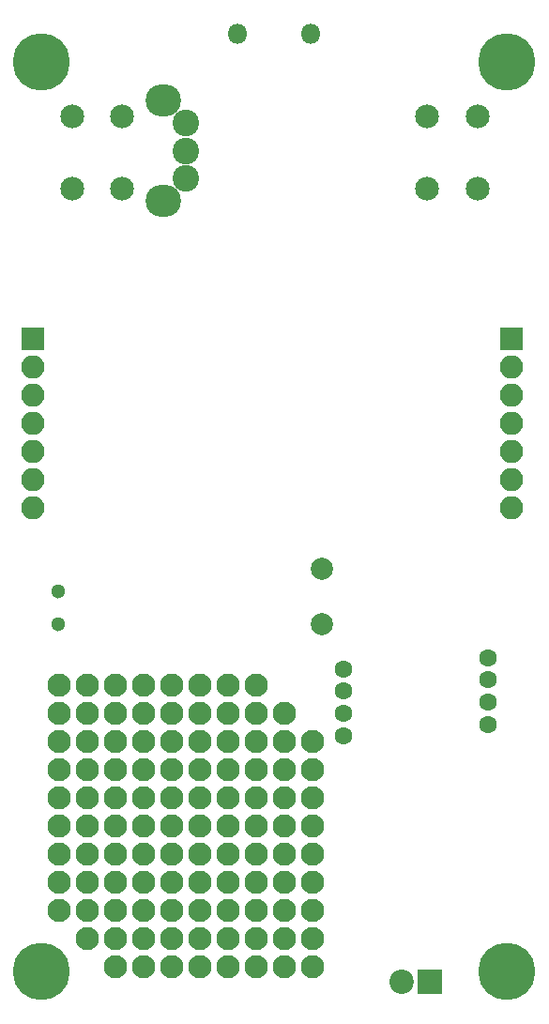
<source format=gbr>
G04 #@! TF.FileFunction,Soldermask,Bot*
%FSLAX46Y46*%
G04 Gerber Fmt 4.6, Leading zero omitted, Abs format (unit mm)*
G04 Created by KiCad (PCBNEW 4.0.6) date Sunday, August 26, 2018 'PMt' 12:51:50 PM*
%MOMM*%
%LPD*%
G01*
G04 APERTURE LIST*
%ADD10C,0.100000*%
%ADD11O,1.800000X1.800000*%
%ADD12C,2.000000*%
%ADD13C,1.300000*%
%ADD14R,2.200000X2.200000*%
%ADD15C,2.200000*%
%ADD16C,2.400000*%
%ADD17O,3.200000X2.900000*%
%ADD18R,2.100000X2.100000*%
%ADD19O,2.100000X2.100000*%
%ADD20C,1.600000*%
%ADD21C,5.162500*%
%ADD22C,2.100000*%
%ADD23C,2.150000*%
G04 APERTURE END LIST*
D10*
D11*
X136800000Y-54500000D03*
X130200000Y-54500000D03*
D12*
X137750000Y-102750000D03*
X137750000Y-107750000D03*
D13*
X114020747Y-107722398D03*
X114020747Y-104722398D03*
D14*
X147550000Y-139950000D03*
D15*
X145010000Y-139950000D03*
D16*
X125500000Y-65000000D03*
X125500000Y-67500000D03*
X125500000Y-62500000D03*
D17*
X123500000Y-69500000D03*
X123500000Y-60500000D03*
D18*
X111675000Y-81956000D03*
D19*
X111675000Y-84496000D03*
X111675000Y-87036000D03*
X111675000Y-89576000D03*
X111675000Y-92116000D03*
X111675000Y-94656000D03*
X111675000Y-97196000D03*
D18*
X154855000Y-81956000D03*
D19*
X154855000Y-84496000D03*
X154855000Y-87036000D03*
X154855000Y-89576000D03*
X154855000Y-92116000D03*
X154855000Y-94656000D03*
X154855000Y-97196000D03*
D20*
X139750000Y-111750000D03*
X139750000Y-113750000D03*
X139750000Y-115750000D03*
X139750000Y-117750000D03*
X152750000Y-110750000D03*
X152750000Y-112750000D03*
X152750000Y-114750000D03*
X152750000Y-116750000D03*
D21*
X112500000Y-139000000D03*
X154500000Y-139000000D03*
X112500000Y-57000000D03*
X154500000Y-57000000D03*
D22*
X114100000Y-113200000D03*
X116640000Y-113200000D03*
X119180000Y-113200000D03*
X121720000Y-113200000D03*
X124260000Y-113200000D03*
X126800000Y-113200000D03*
X129340000Y-113200000D03*
X131880000Y-113200000D03*
X114100000Y-115740000D03*
X116640000Y-115740000D03*
X119180000Y-115740000D03*
X121720000Y-115740000D03*
X124260000Y-115740000D03*
X126800000Y-115740000D03*
X129340000Y-115740000D03*
X131880000Y-115740000D03*
X134420000Y-115740000D03*
X114100000Y-118280000D03*
X116640000Y-118280000D03*
X119180000Y-118280000D03*
X121720000Y-118280000D03*
X124260000Y-118280000D03*
X126800000Y-118280000D03*
X129340000Y-118280000D03*
X131880000Y-118280000D03*
X134420000Y-118280000D03*
X136960000Y-118280000D03*
X114100000Y-120820000D03*
X116640000Y-120820000D03*
X119180000Y-120820000D03*
X121720000Y-120820000D03*
X124260000Y-120820000D03*
X126800000Y-120820000D03*
X129340000Y-120820000D03*
X131880000Y-120820000D03*
X134420000Y-120820000D03*
X136960000Y-120820000D03*
X114100000Y-123360000D03*
X116640000Y-123360000D03*
X119180000Y-123360000D03*
X121720000Y-123360000D03*
X124260000Y-123360000D03*
X126800000Y-123360000D03*
X129340000Y-123360000D03*
X131880000Y-123360000D03*
X134420000Y-123360000D03*
X136960000Y-123360000D03*
X114100000Y-125900000D03*
X116640000Y-125900000D03*
X119180000Y-125900000D03*
X121720000Y-125900000D03*
X124260000Y-125900000D03*
X126800000Y-125900000D03*
X129340000Y-125900000D03*
X131880000Y-125900000D03*
X134420000Y-125900000D03*
X136960000Y-125900000D03*
X114100000Y-128440000D03*
X116640000Y-128440000D03*
X119180000Y-128440000D03*
X121720000Y-128440000D03*
X124260000Y-128440000D03*
X126800000Y-128440000D03*
X129340000Y-128440000D03*
X131880000Y-128440000D03*
X134420000Y-128440000D03*
X136960000Y-128440000D03*
X114100000Y-130980000D03*
X116640000Y-130980000D03*
X119180000Y-130980000D03*
X121720000Y-130980000D03*
X124260000Y-130980000D03*
X126800000Y-130980000D03*
X129340000Y-130980000D03*
X131880000Y-130980000D03*
X134420000Y-130980000D03*
X136960000Y-130980000D03*
X114100000Y-133520000D03*
X116640000Y-133520000D03*
X119180000Y-133520000D03*
X121720000Y-133520000D03*
X124260000Y-133520000D03*
X126800000Y-133520000D03*
X129340000Y-133520000D03*
X131880000Y-133520000D03*
X134420000Y-133520000D03*
X136960000Y-133520000D03*
X116640000Y-136060000D03*
X119180000Y-136060000D03*
X121720000Y-136060000D03*
X124260000Y-136060000D03*
X126800000Y-136060000D03*
X129340000Y-136060000D03*
X131880000Y-136060000D03*
X134420000Y-136060000D03*
X136960000Y-136060000D03*
X119180000Y-138600000D03*
X121720000Y-138600000D03*
X124260000Y-138600000D03*
X126800000Y-138600000D03*
X129340000Y-138600000D03*
X131880000Y-138600000D03*
X134420000Y-138600000D03*
X136960000Y-138600000D03*
D23*
X119750000Y-61950000D03*
X119750000Y-68450000D03*
X115250000Y-61950000D03*
X115250000Y-68450000D03*
X151800000Y-61950000D03*
X151800000Y-68450000D03*
X147300000Y-61950000D03*
X147300000Y-68450000D03*
M02*

</source>
